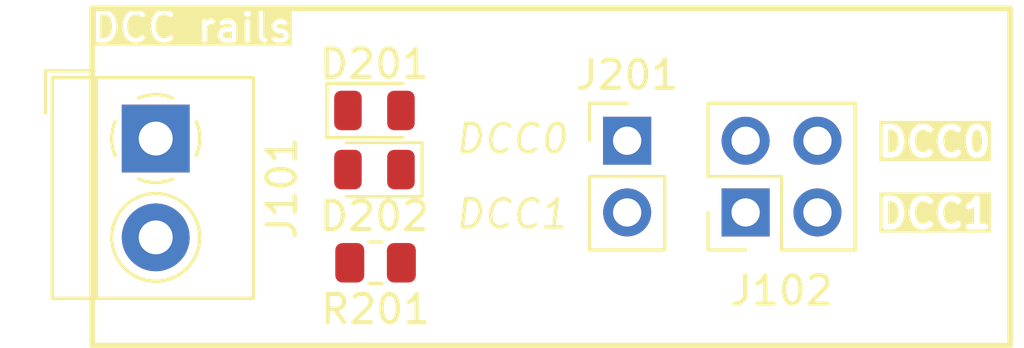
<source format=kicad_pcb>
(kicad_pcb (version 20240108) (generator "pcbnew") (generator_version "8.0")
  (layers (0 "F.Cu" signal) (31 "B.Cu" signal) (34 "B.Paste" user) (35 "F.Paste" user) (36 "B.SilkS" user "B.Silkscreen") (37 "F.SilkS" user "F.Silkscreen") (38 "B.Mask" user) (39 "F.Mask" user) (44 "Edge.Cuts" user))
  (net 0 "")
  (net 1 "Net-(D201-K)")
  (net 2 "/J_DCC1")
  (net 3 "/J_DCC0")
  (net 4 "/DCC0")
  (net 5 "/DCC1")
  (footprint "Connector_PinSocket_2.54mm:PinSocket_2x02_P2.54mm_Vertical" (layer "F.Cu") (at 109.093 79.751 180)
    (property "Reference" "J102" (at -1.27 -2.77 0) (layer "F.SilkS"))
    (property "Value" "Conn_02x02_Odd_Even")
    (fp_line (start 1.33 1.270001) (end 1.33 3.87) (stroke (width 0.12)) (layer "F.SilkS"))
    (fp_line (start 1.33 -1.33) (end 1.33 0) (stroke (width 0.12)) (layer "F.SilkS"))
    (fp_line (start 0 -1.33) (end 1.33 -1.33) (stroke (width 0.12)) (layer "F.SilkS"))
    (fp_line (start -1.27 1.27) (end 1.33 1.270001) (stroke (width 0.12)) (layer "F.SilkS"))
    (fp_line (start -1.270001 -1.33) (end -1.27 1.27) (stroke (width 0.12)) (layer "F.SilkS"))
    (fp_line (start -3.87 3.87) (end 1.33 3.87) (stroke (width 0.12)) (layer "F.SilkS"))
    (fp_line (start -3.87 -1.33) (end -1.270001 -1.33) (stroke (width 0.12)) (layer "F.SilkS"))
    (fp_line (start -3.87 -1.33) (end -3.87 3.87) (stroke (width 0.12)) (layer "F.SilkS"))
    (pad "1" thru_hole rect (at 0 0 180) (size 1.7 1.7) (drill 1) (layers "*.Cu" "*.Mask") (net 3 "/J_DCC0"))
    (pad "2" thru_hole oval (at -2.54 0 180) (size 1.7 1.7) (drill 1) (layers "*.Cu" "*.Mask") (net 4 "/DCC0"))
    (pad "3" thru_hole oval (at 0 2.54 180) (size 1.7 1.7) (drill 1) (layers "*.Cu" "*.Mask") (net 2 "/J_DCC1"))
    (pad "4" thru_hole oval (at -2.54 2.54 180) (size 1.7 1.7) (drill 1) (layers "*.Cu" "*.Mask") (net 5 "/DCC1"))
  )
  (footprint "Resistor_SMD:R_0805_2012Metric" (layer "F.Cu") (at 96.003498 81.534 180)
    (property "Reference" "R201" (at 0 -1.65 0) (layer "F.SilkS"))
    (property "Value" "10k")
    (fp_line (start -0.227064 0.735) (end 0.227064 0.735) (stroke (width 0.12)) (layer "F.SilkS"))
    (fp_line (start -0.227064 -0.735) (end 0.227064 -0.735) (stroke (width 0.12)) (layer "F.SilkS"))
    (pad "1" smd roundrect (at -0.9125 0 180) (size 1.025 1.4) (layers "F.Cu" "F.Paste" "F.Mask") (roundrect_rratio 0.243902) (net 3 "/J_DCC0"))
    (pad "2" smd roundrect (at 0.9125 0 180) (size 1.025 1.4) (layers "F.Cu" "F.Paste" "F.Mask") (roundrect_rratio 0.243902) (net 1 "Net-(D201-K)"))
  )
  (footprint "Connector_PinHeader_2.54mm:PinHeader_1x02_P2.54mm_Vertical" (layer "F.Cu") (at 104.902 77.211)
    (property "Reference" "J201" (at 0 -2.33 0) (layer "F.SilkS"))
    (property "Value" "Conn_01x02")
    (fp_line (start -1.33 -1.33) (end 0 -1.33) (stroke (width 0.12)) (layer "F.SilkS"))
    (fp_line (start -1.33 0) (end -1.33 -1.33) (stroke (width 0.12)) (layer "F.SilkS"))
    (fp_line (start -1.33 1.27) (end -1.33 3.87) (stroke (width 0.12)) (layer "F.SilkS"))
    (fp_line (start -1.33 1.27) (end 1.33 1.27) (stroke (width 0.12)) (layer "F.SilkS"))
    (fp_line (start -1.33 3.87) (end 1.33 3.87) (stroke (width 0.12)) (layer "F.SilkS"))
    (fp_line (start 1.33 1.27) (end 1.33 3.87) (stroke (width 0.12)) (layer "F.SilkS"))
    (pad "1" thru_hole rect (at 0 0) (size 1.7 1.7) (drill 1) (layers "*.Cu" "*.Mask") (net 2 "/J_DCC1"))
    (pad "2" thru_hole oval (at 0 2.54) (size 1.7 1.7) (drill 1) (layers "*.Cu" "*.Mask") (net 3 "/J_DCC0"))
  )
  (footprint "LED_SMD:LED_0805_2012Metric" (layer "F.Cu") (at 95.963499 76.139)
    (property "Reference" "D201" (at 0 -1.65 0) (layer "F.SilkS"))
    (property "Value" "LED_YELLOW")
    (fp_line (start -1.684999 -0.96) (end -1.684999 0.96) (stroke (width 0.12)) (layer "F.SilkS"))
    (fp_line (start -1.684999 0.96) (end 1 0.96) (stroke (width 0.12)) (layer "F.SilkS"))
    (fp_line (start 1 -0.96) (end -1.684999 -0.96) (stroke (width 0.12)) (layer "F.SilkS"))
    (pad "1" smd roundrect (at -0.937501 0) (size 0.975 1.4) (layers "F.Cu" "F.Paste" "F.Mask") (net 1 "Net-(D201-K)"))
    (pad "2" smd roundrect (at 0.937501 0) (size 0.975 1.4) (layers "F.Cu" "F.Paste" "F.Mask") (net 2 "/J_DCC1"))
  )
  (footprint "TerminalBlock_4Ucon:TerminalBlock_4Ucon_1x02_P3.50mm_Horizontal" (layer "F.Cu") (at 88.227105 77.133885 -90)
    (property "Reference" "J101" (at 1.75 -4.46 90) (layer "F.SilkS"))
    (property "Value" "Conn_01x02")
    (fp_line (start -2.4 3.9) (end -0.900001 3.9) (stroke (width 0.12)) (layer "F.SilkS"))
    (fp_line (start -2.16 3.66) (end 5.66 3.66) (stroke (width 0.12)) (layer "F.SilkS"))
    (fp_line (start -2.4 2.16) (end -2.4 3.9) (stroke (width 0.12)) (layer "F.SilkS"))
    (fp_line (start -2.16 2.1) (end 5.66 2.1) (stroke (width 0.12)) (layer "F.SilkS"))
    (fp_line (start -2.16 -3.46) (end -2.16 3.66) (stroke (width 0.12)) (layer "F.SilkS"))
    (fp_line (start -2.16 -3.46) (end 5.66 -3.46) (stroke (width 0.12)) (layer "F.SilkS"))
    (fp_line (start 5.66 -3.46) (end 5.66 3.66) (stroke (width 0.12)) (layer "F.SilkS"))
    (fp_arc (start 0.027011 1.555493) (mid -0.296984 1.527118) (end -0.608 1.432) (stroke (width 0.12)) (layer "F.SilkS"))
    (fp_arc (start 0.607587 1.431385) (mid 0.310017 1.523783) (end 0 1.555) (stroke (width 0.12)) (layer "F.SilkS"))
    (fp_arc (start -1.432108 0.607742) (mid -1.555724 -0.00014) (end -1.432 -0.608) (stroke (width 0.12)) (layer "F.SilkS"))
    (fp_arc (start 1.432108 -0.607742) (mid 1.555726 0.00014) (end 1.432 0.608) (stroke (width 0.12)) (layer "F.SilkS"))
    (fp_arc (start -0.607742 -1.432108) (mid 0.00014 -1.555726) (end 0.608 -1.432) (stroke (width 0.12)) (layer "F.SilkS"))
    (fp_circle (center 3.5 0) (end 5.055 0) (stroke (width 0.12)) (fill none) (layer "F.SilkS"))
    (pad "1" thru_hole rect (at 0 0 270) (size 2.4 2.4) (drill 1.2) (layers "*.Cu" "*.Mask") (net 2 "/J_DCC1"))
    (pad "2" thru_hole circle (at 3.5 0 270) (size 2.4 2.4) (drill 1.2) (layers "*.Cu" "*.Mask") (net 3 "/J_DCC0"))
  )
  (footprint "LED_SMD:LED_0805_2012Metric" (layer "F.Cu") (at 95.963499 78.232001 180)
    (property "Reference" "D202" (at 0 -1.65 0) (layer "F.SilkS"))
    (property "Value" "LED_WHITE")
    (fp_line (start 1 -0.96) (end -1.684999 -0.96) (stroke (width 0.12)) (layer "F.SilkS"))
    (fp_line (start -1.684999 0.96) (end 1 0.96) (stroke (width 0.12)) (layer "F.SilkS"))
    (fp_line (start -1.684999 -0.96) (end -1.684999 0.96) (stroke (width 0.12)) (layer "F.SilkS"))
    (pad "1" smd roundrect (at -0.937501 0 180) (size 0.975 1.4) (layers "F.Cu" "F.Paste" "F.Mask") (net 2 "/J_DCC1"))
    (pad "2" smd roundrect (at 0.937501 0 180) (size 0.975 1.4) (layers "F.Cu" "F.Paste" "F.Mask") (net 1 "Net-(D201-K)"))
  )
  (gr_rect (start 85.979 72.517) (end 118.446999 84.467251) (stroke (width 0.2)) (fill none) (layer "F.SilkS"))
  (gr_text "DCC1" (at 102.87 80.391 0) (layer "F.SilkS") (effects (font (size 1 1) (thickness 0.125) (italic yes)) (justify right bottom)))
  (gr_text "DCC1" (at 113.665 80.386 0) (layer "F.SilkS" knockout) (effects (font (size 1 1) (thickness 0.2) (bold yes)) (justify left bottom)))
  (gr_text "DCC rails" (at 85.852 73.787 0) (layer "F.SilkS" knockout) (effects (font (size 1 1)) (justify left bottom)))
  (gr_text "DCC0" (at 102.87 77.724 0) (layer "F.SilkS") (effects (font (size 1 1) (thickness 0.125) (italic yes)) (justify right bottom)))
  (gr_text "DCC0" (at 113.665 77.851 0) (layer "F.SilkS" knockout) (effects (font (size 1 1) (thickness 0.2) (bold yes)) (justify left bottom)))
)
</source>
